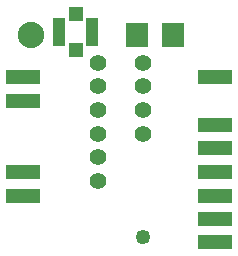
<source format=gts>
G04 MADE WITH FRITZING*
G04 WWW.FRITZING.ORG*
G04 DOUBLE SIDED*
G04 HOLES PLATED*
G04 CONTOUR ON CENTER OF CONTOUR VECTOR*
%ASAXBY*%
%FSLAX23Y23*%
%MOIN*%
%OFA0B0*%
%SFA1.0B1.0*%
%ADD10C,0.049370*%
%ADD11C,0.054882*%
%ADD12C,0.088000*%
%ADD13R,0.072992X0.084803*%
%ADD14R,0.043465X0.096614*%
%ADD15R,0.049370X0.051339*%
%ADD16R,0.118268X0.049370*%
%ADD17R,0.001000X0.001000*%
%LNMASK1*%
G90*
G70*
G54D10*
X475Y106D03*
G54D11*
X475Y688D03*
X475Y609D03*
X475Y531D03*
X475Y452D03*
X325Y688D03*
X325Y609D03*
X325Y531D03*
X325Y452D03*
X325Y373D03*
X325Y294D03*
G54D12*
X100Y781D03*
G54D13*
X575Y781D03*
X453Y781D03*
G54D14*
X304Y791D03*
X196Y791D03*
G54D15*
X250Y731D03*
X250Y851D03*
G54D16*
X76Y640D03*
X76Y561D03*
X76Y325D03*
X715Y403D03*
X715Y480D03*
X715Y640D03*
X715Y325D03*
X715Y245D03*
X76Y245D03*
X715Y89D03*
X715Y168D03*
G54D17*
D02*
G04 End of Mask1*
M02*
</source>
